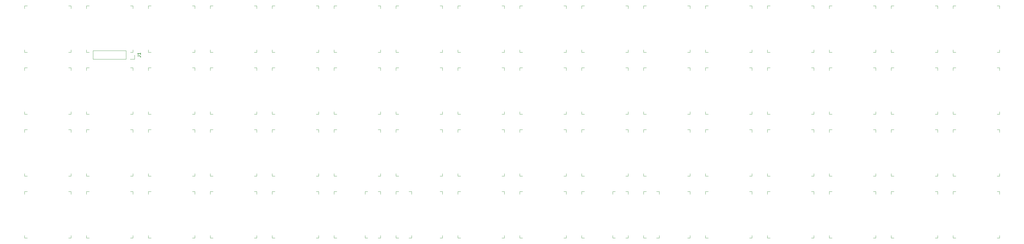
<source format=gbr>
%TF.GenerationSoftware,KiCad,Pcbnew,(6.0.0)*%
%TF.CreationDate,2022-05-03T01:33:48-04:00*%
%TF.ProjectId,HL-2040,484c2d32-3034-4302-9e6b-696361645f70,Mark 2 Rev F*%
%TF.SameCoordinates,Original*%
%TF.FileFunction,Legend,Top*%
%TF.FilePolarity,Positive*%
%FSLAX46Y46*%
G04 Gerber Fmt 4.6, Leading zero omitted, Abs format (unit mm)*
G04 Created by KiCad (PCBNEW (6.0.0)) date 2022-05-03 01:33:48*
%MOMM*%
%LPD*%
G01*
G04 APERTURE LIST*
%ADD10C,0.150000*%
%ADD11C,0.120000*%
G04 APERTURE END LIST*
D10*
%TO.C,J1*%
X66484380Y-89233333D02*
X67198666Y-89233333D01*
X67341523Y-89280952D01*
X67436761Y-89376190D01*
X67484380Y-89519047D01*
X67484380Y-89614285D01*
X67484380Y-88233333D02*
X67484380Y-88804761D01*
X67484380Y-88519047D02*
X66484380Y-88519047D01*
X66627238Y-88614285D01*
X66722476Y-88709523D01*
X66770095Y-88804761D01*
D11*
%TO.C,K2*%
X65087050Y-73819200D02*
X65087050Y-74612900D01*
X50800450Y-88105800D02*
X51594150Y-88105800D01*
X65087050Y-88105800D02*
X64293350Y-88105800D01*
X50800450Y-74612900D02*
X50800450Y-73819200D01*
X50800450Y-73819200D02*
X51594150Y-73819200D01*
X64293350Y-73819200D02*
X65087050Y-73819200D01*
X50800450Y-87312100D02*
X50800450Y-88105800D01*
X65087050Y-87312100D02*
X65087050Y-88105800D01*
%TO.C,K3*%
X69850450Y-74600200D02*
X69850450Y-73806500D01*
X84137050Y-73806500D02*
X84137050Y-74600200D01*
X84137050Y-88093100D02*
X83343350Y-88093100D01*
X84137050Y-87299400D02*
X84137050Y-88093100D01*
X69850450Y-87299400D02*
X69850450Y-88093100D01*
X69850450Y-73806500D02*
X70644150Y-73806500D01*
X69850450Y-88093100D02*
X70644150Y-88093100D01*
X83343350Y-73806500D02*
X84137050Y-73806500D01*
%TO.C,K6*%
X141287050Y-73819200D02*
X141287050Y-74612900D01*
X140493350Y-73819200D02*
X141287050Y-73819200D01*
X141287050Y-87312100D02*
X141287050Y-88105800D01*
X127000450Y-74612900D02*
X127000450Y-73819200D01*
X127000450Y-73819200D02*
X127794150Y-73819200D01*
X127000450Y-87312100D02*
X127000450Y-88105800D01*
X127000450Y-88105800D02*
X127794150Y-88105800D01*
X141287050Y-88105800D02*
X140493350Y-88105800D01*
%TO.C,K7*%
X160337050Y-73819200D02*
X160337050Y-74612900D01*
X146050450Y-74612900D02*
X146050450Y-73819200D01*
X160337050Y-88105800D02*
X159543350Y-88105800D01*
X160337050Y-87312100D02*
X160337050Y-88105800D01*
X146050450Y-88105800D02*
X146844150Y-88105800D01*
X146050450Y-87312100D02*
X146050450Y-88105800D01*
X146050450Y-73819200D02*
X146844150Y-73819200D01*
X159543350Y-73819200D02*
X160337050Y-73819200D01*
%TO.C,K8*%
X179387050Y-88105800D02*
X178593350Y-88105800D01*
X179387050Y-73819200D02*
X179387050Y-74612900D01*
X165100450Y-87312100D02*
X165100450Y-88105800D01*
X179387050Y-87312100D02*
X179387050Y-88105800D01*
X178593350Y-73819200D02*
X179387050Y-73819200D01*
X165100450Y-88105800D02*
X165894150Y-88105800D01*
X165100450Y-74612900D02*
X165100450Y-73819200D01*
X165100450Y-73819200D02*
X165894150Y-73819200D01*
%TO.C,K9*%
X197643350Y-73819200D02*
X198437050Y-73819200D01*
X184150450Y-88105800D02*
X184944150Y-88105800D01*
X184150450Y-74612900D02*
X184150450Y-73819200D01*
X184150450Y-73819200D02*
X184944150Y-73819200D01*
X198437050Y-88105800D02*
X197643350Y-88105800D01*
X198437050Y-73819200D02*
X198437050Y-74612900D01*
X184150450Y-87312100D02*
X184150450Y-88105800D01*
X198437050Y-87312100D02*
X198437050Y-88105800D01*
%TO.C,K10*%
X203200450Y-73819200D02*
X203994150Y-73819200D01*
X203200450Y-88105800D02*
X203994150Y-88105800D01*
X203200450Y-87312100D02*
X203200450Y-88105800D01*
X217487050Y-73819200D02*
X217487050Y-74612900D01*
X217487050Y-88105800D02*
X216693350Y-88105800D01*
X217487050Y-87312100D02*
X217487050Y-88105800D01*
X216693350Y-73819200D02*
X217487050Y-73819200D01*
X203200450Y-74612900D02*
X203200450Y-73819200D01*
%TO.C,K11*%
X222250450Y-74612900D02*
X222250450Y-73819200D01*
X236537050Y-87312100D02*
X236537050Y-88105800D01*
X222250450Y-88105800D02*
X223044150Y-88105800D01*
X222250450Y-73819200D02*
X223044150Y-73819200D01*
X236537050Y-88105800D02*
X235743350Y-88105800D01*
X222250450Y-87312100D02*
X222250450Y-88105800D01*
X236537050Y-73819200D02*
X236537050Y-74612900D01*
X235743350Y-73819200D02*
X236537050Y-73819200D01*
%TO.C,K12*%
X241300450Y-87312100D02*
X241300450Y-88105800D01*
X241300450Y-88105800D02*
X242094150Y-88105800D01*
X254793350Y-73819200D02*
X255587050Y-73819200D01*
X241300450Y-73819200D02*
X242094150Y-73819200D01*
X255587050Y-88105800D02*
X254793350Y-88105800D01*
X255587050Y-73819200D02*
X255587050Y-74612900D01*
X241300450Y-74612900D02*
X241300450Y-73819200D01*
X255587050Y-87312100D02*
X255587050Y-88105800D01*
%TO.C,K13*%
X274637050Y-73819200D02*
X274637050Y-74612900D01*
X274637050Y-87312100D02*
X274637050Y-88105800D01*
X260350450Y-87312100D02*
X260350450Y-88105800D01*
X273843350Y-73819200D02*
X274637050Y-73819200D01*
X260350450Y-73819200D02*
X261144150Y-73819200D01*
X260350450Y-88105800D02*
X261144150Y-88105800D01*
X260350450Y-74612900D02*
X260350450Y-73819200D01*
X274637050Y-88105800D02*
X273843350Y-88105800D01*
%TO.C,K14*%
X292893350Y-73819200D02*
X293687050Y-73819200D01*
X293687050Y-73819200D02*
X293687050Y-74612900D01*
X279400450Y-87312100D02*
X279400450Y-88105800D01*
X293687050Y-87312100D02*
X293687050Y-88105800D01*
X279400450Y-88105800D02*
X280194150Y-88105800D01*
X279400450Y-74612900D02*
X279400450Y-73819200D01*
X293687050Y-88105800D02*
X292893350Y-88105800D01*
X279400450Y-73819200D02*
X280194150Y-73819200D01*
%TO.C,K15*%
X312737050Y-73819200D02*
X312737050Y-74612900D01*
X312737050Y-88105800D02*
X311943350Y-88105800D01*
X298450450Y-87312100D02*
X298450450Y-88105800D01*
X298450450Y-88105800D02*
X299244150Y-88105800D01*
X298450450Y-74612900D02*
X298450450Y-73819200D01*
X312737050Y-87312100D02*
X312737050Y-88105800D01*
X298450450Y-73819200D02*
X299244150Y-73819200D01*
X311943350Y-73819200D02*
X312737050Y-73819200D01*
%TO.C,K16*%
X330993350Y-73819200D02*
X331787050Y-73819200D01*
X317500450Y-88105800D02*
X318294150Y-88105800D01*
X317500450Y-73819200D02*
X318294150Y-73819200D01*
X331787050Y-88105800D02*
X330993350Y-88105800D01*
X317500450Y-87312100D02*
X317500450Y-88105800D01*
X331787050Y-87312100D02*
X331787050Y-88105800D01*
X317500450Y-74612900D02*
X317500450Y-73819200D01*
X331787050Y-73819200D02*
X331787050Y-74612900D01*
%TO.C,K17*%
X31750450Y-93662900D02*
X31750450Y-92869200D01*
X31750450Y-106362100D02*
X31750450Y-107155800D01*
X46037050Y-107155800D02*
X45243350Y-107155800D01*
X45243350Y-92869200D02*
X46037050Y-92869200D01*
X46037050Y-92869200D02*
X46037050Y-93662900D01*
X31750450Y-92869200D02*
X32544150Y-92869200D01*
X46037050Y-106362100D02*
X46037050Y-107155800D01*
X31750450Y-107155800D02*
X32544150Y-107155800D01*
%TO.C,K18*%
X50800450Y-93662900D02*
X50800450Y-92869200D01*
X50800450Y-107155800D02*
X51594150Y-107155800D01*
X50800450Y-106362100D02*
X50800450Y-107155800D01*
X65087050Y-92869200D02*
X65087050Y-93662900D01*
X50800450Y-92869200D02*
X51594150Y-92869200D01*
X65087050Y-106362100D02*
X65087050Y-107155800D01*
X65087050Y-107155800D02*
X64293350Y-107155800D01*
X64293350Y-92869200D02*
X65087050Y-92869200D01*
%TO.C,K19*%
X84137050Y-92869200D02*
X84137050Y-93662900D01*
X84137050Y-107155800D02*
X83343350Y-107155800D01*
X69850450Y-106362100D02*
X69850450Y-107155800D01*
X83343350Y-92869200D02*
X84137050Y-92869200D01*
X69850450Y-93662900D02*
X69850450Y-92869200D01*
X69850450Y-107155800D02*
X70644150Y-107155800D01*
X69850450Y-92869200D02*
X70644150Y-92869200D01*
X84137050Y-106362100D02*
X84137050Y-107155800D01*
%TO.C,K22*%
X141287050Y-92869200D02*
X141287050Y-93662900D01*
X127000450Y-92869200D02*
X127794150Y-92869200D01*
X141287050Y-107155800D02*
X140493350Y-107155800D01*
X127000450Y-107155800D02*
X127794150Y-107155800D01*
X127000450Y-93662900D02*
X127000450Y-92869200D01*
X141287050Y-106362100D02*
X141287050Y-107155800D01*
X127000450Y-106362100D02*
X127000450Y-107155800D01*
X140493350Y-92869200D02*
X141287050Y-92869200D01*
%TO.C,K23*%
X146050450Y-107155800D02*
X146844150Y-107155800D01*
X160337050Y-106362100D02*
X160337050Y-107155800D01*
X159543350Y-92869200D02*
X160337050Y-92869200D01*
X160337050Y-92869200D02*
X160337050Y-93662900D01*
X146050450Y-93662900D02*
X146050450Y-92869200D01*
X160337050Y-107155800D02*
X159543350Y-107155800D01*
X146050450Y-92869200D02*
X146844150Y-92869200D01*
X146050450Y-106362100D02*
X146050450Y-107155800D01*
%TO.C,K24*%
X165100450Y-107155800D02*
X165894150Y-107155800D01*
X178593350Y-92869200D02*
X179387050Y-92869200D01*
X179387050Y-92869200D02*
X179387050Y-93662900D01*
X165100450Y-92869200D02*
X165894150Y-92869200D01*
X179387050Y-106362100D02*
X179387050Y-107155800D01*
X165100450Y-106362100D02*
X165100450Y-107155800D01*
X179387050Y-107155800D02*
X178593350Y-107155800D01*
X165100450Y-93662900D02*
X165100450Y-92869200D01*
%TO.C,K25*%
X184150450Y-106362100D02*
X184150450Y-107155800D01*
X184150450Y-93662900D02*
X184150450Y-92869200D01*
X184150450Y-107155800D02*
X184944150Y-107155800D01*
X198437050Y-106362100D02*
X198437050Y-107155800D01*
X198437050Y-92869200D02*
X198437050Y-93662900D01*
X198437050Y-107155800D02*
X197643350Y-107155800D01*
X197643350Y-92869200D02*
X198437050Y-92869200D01*
X184150450Y-92869200D02*
X184944150Y-92869200D01*
%TO.C,K26*%
X217487050Y-107155800D02*
X216693350Y-107155800D01*
X217487050Y-106362100D02*
X217487050Y-107155800D01*
X203200450Y-93662900D02*
X203200450Y-92869200D01*
X217487050Y-92869200D02*
X217487050Y-93662900D01*
X203200450Y-92869200D02*
X203994150Y-92869200D01*
X203200450Y-106362100D02*
X203200450Y-107155800D01*
X216693350Y-92869200D02*
X217487050Y-92869200D01*
X203200450Y-107155800D02*
X203994150Y-107155800D01*
%TO.C,K27*%
X222250450Y-92869200D02*
X223044150Y-92869200D01*
X235743350Y-92869200D02*
X236537050Y-92869200D01*
X236537050Y-106362100D02*
X236537050Y-107155800D01*
X222250450Y-106362100D02*
X222250450Y-107155800D01*
X222250450Y-93662900D02*
X222250450Y-92869200D01*
X236537050Y-92869200D02*
X236537050Y-93662900D01*
X222250450Y-107155800D02*
X223044150Y-107155800D01*
X236537050Y-107155800D02*
X235743350Y-107155800D01*
%TO.C,K28*%
X254793350Y-92869200D02*
X255587050Y-92869200D01*
X241300450Y-93662900D02*
X241300450Y-92869200D01*
X255587050Y-92869200D02*
X255587050Y-93662900D01*
X241300450Y-106362100D02*
X241300450Y-107155800D01*
X241300450Y-92869200D02*
X242094150Y-92869200D01*
X255587050Y-107155800D02*
X254793350Y-107155800D01*
X255587050Y-106362100D02*
X255587050Y-107155800D01*
X241300450Y-107155800D02*
X242094150Y-107155800D01*
%TO.C,K29*%
X273843350Y-92869200D02*
X274637050Y-92869200D01*
X260350450Y-107155800D02*
X261144150Y-107155800D01*
X260350450Y-93662900D02*
X260350450Y-92869200D01*
X274637050Y-106362100D02*
X274637050Y-107155800D01*
X274637050Y-92869200D02*
X274637050Y-93662900D01*
X260350450Y-92869200D02*
X261144150Y-92869200D01*
X274637050Y-107155800D02*
X273843350Y-107155800D01*
X260350450Y-106362100D02*
X260350450Y-107155800D01*
%TO.C,K30*%
X293687050Y-106362100D02*
X293687050Y-107155800D01*
X293687050Y-107155800D02*
X292893350Y-107155800D01*
X279400450Y-106362100D02*
X279400450Y-107155800D01*
X279400450Y-92869200D02*
X280194150Y-92869200D01*
X279400450Y-93662900D02*
X279400450Y-92869200D01*
X293687050Y-92869200D02*
X293687050Y-93662900D01*
X292893350Y-92869200D02*
X293687050Y-92869200D01*
X279400450Y-107155800D02*
X280194150Y-107155800D01*
%TO.C,K31*%
X298450450Y-92869200D02*
X299244150Y-92869200D01*
X298450450Y-107155800D02*
X299244150Y-107155800D01*
X298450450Y-106362100D02*
X298450450Y-107155800D01*
X312737050Y-92869200D02*
X312737050Y-93662900D01*
X298450450Y-93662900D02*
X298450450Y-92869200D01*
X312737050Y-107155800D02*
X311943350Y-107155800D01*
X311943350Y-92869200D02*
X312737050Y-92869200D01*
X312737050Y-106362100D02*
X312737050Y-107155800D01*
%TO.C,K32*%
X331787050Y-106362100D02*
X331787050Y-107155800D01*
X330993350Y-92869200D02*
X331787050Y-92869200D01*
X317500450Y-92869200D02*
X318294150Y-92869200D01*
X317500450Y-107155800D02*
X318294150Y-107155800D01*
X331787050Y-92869200D02*
X331787050Y-93662900D01*
X317500450Y-106362100D02*
X317500450Y-107155800D01*
X317500450Y-93662900D02*
X317500450Y-92869200D01*
X331787050Y-107155800D02*
X330993350Y-107155800D01*
%TO.C,K33*%
X46037050Y-126205800D02*
X45243350Y-126205800D01*
X31750450Y-125412100D02*
X31750450Y-126205800D01*
X31750450Y-126205800D02*
X32544150Y-126205800D01*
X31750450Y-112712900D02*
X31750450Y-111919200D01*
X31750450Y-111919200D02*
X32544150Y-111919200D01*
X46037050Y-111919200D02*
X46037050Y-112712900D01*
X45243350Y-111919200D02*
X46037050Y-111919200D01*
X46037050Y-125412100D02*
X46037050Y-126205800D01*
%TO.C,K34*%
X50800450Y-111919200D02*
X51594150Y-111919200D01*
X65087050Y-111919200D02*
X65087050Y-112712900D01*
X50800450Y-112712900D02*
X50800450Y-111919200D01*
X50800450Y-126205800D02*
X51594150Y-126205800D01*
X65087050Y-125412100D02*
X65087050Y-126205800D01*
X65087050Y-126205800D02*
X64293350Y-126205800D01*
X64293350Y-111919200D02*
X65087050Y-111919200D01*
X50800450Y-125412100D02*
X50800450Y-126205800D01*
%TO.C,K35*%
X84137050Y-111919200D02*
X84137050Y-112712900D01*
X69850450Y-112712900D02*
X69850450Y-111919200D01*
X83343350Y-111919200D02*
X84137050Y-111919200D01*
X84137050Y-126205800D02*
X83343350Y-126205800D01*
X69850450Y-126205800D02*
X70644150Y-126205800D01*
X69850450Y-125412100D02*
X69850450Y-126205800D01*
X69850450Y-111919200D02*
X70644150Y-111919200D01*
X84137050Y-125412100D02*
X84137050Y-126205800D01*
%TO.C,K36*%
X103187050Y-125412100D02*
X103187050Y-126205800D01*
X88900450Y-112712900D02*
X88900450Y-111919200D01*
X88900450Y-126205800D02*
X89694150Y-126205800D01*
X103187050Y-111919200D02*
X103187050Y-112712900D01*
X103187050Y-126205800D02*
X102393350Y-126205800D01*
X88900450Y-111919200D02*
X89694150Y-111919200D01*
X88900450Y-125412100D02*
X88900450Y-126205800D01*
X102393350Y-111919200D02*
X103187050Y-111919200D01*
%TO.C,K37*%
X107950450Y-111919200D02*
X108744150Y-111919200D01*
X122237050Y-125412100D02*
X122237050Y-126205800D01*
X122237050Y-126205800D02*
X121443350Y-126205800D01*
X107950450Y-126205800D02*
X108744150Y-126205800D01*
X107950450Y-125412100D02*
X107950450Y-126205800D01*
X122237050Y-111919200D02*
X122237050Y-112712900D01*
X107950450Y-112712900D02*
X107950450Y-111919200D01*
X121443350Y-111919200D02*
X122237050Y-111919200D01*
%TO.C,K38*%
X140493350Y-111919200D02*
X141287050Y-111919200D01*
X127000450Y-112712900D02*
X127000450Y-111919200D01*
X141287050Y-125412100D02*
X141287050Y-126205800D01*
X127000450Y-111919200D02*
X127794150Y-111919200D01*
X141287050Y-126205800D02*
X140493350Y-126205800D01*
X127000450Y-126205800D02*
X127794150Y-126205800D01*
X141287050Y-111919200D02*
X141287050Y-112712900D01*
X127000450Y-125412100D02*
X127000450Y-126205800D01*
%TO.C,K39*%
X146050450Y-112712900D02*
X146050450Y-111919200D01*
X160337050Y-111919200D02*
X160337050Y-112712900D01*
X146050450Y-125412100D02*
X146050450Y-126205800D01*
X146050450Y-111919200D02*
X146844150Y-111919200D01*
X159543350Y-111919200D02*
X160337050Y-111919200D01*
X160337050Y-126205800D02*
X159543350Y-126205800D01*
X160337050Y-125412100D02*
X160337050Y-126205800D01*
X146050450Y-126205800D02*
X146844150Y-126205800D01*
%TO.C,K40*%
X165100450Y-112712900D02*
X165100450Y-111919200D01*
X179387050Y-125412100D02*
X179387050Y-126205800D01*
X178593350Y-111919200D02*
X179387050Y-111919200D01*
X179387050Y-111919200D02*
X179387050Y-112712900D01*
X179387050Y-126205800D02*
X178593350Y-126205800D01*
X165100450Y-126205800D02*
X165894150Y-126205800D01*
X165100450Y-111919200D02*
X165894150Y-111919200D01*
X165100450Y-125412100D02*
X165100450Y-126205800D01*
%TO.C,K41*%
X184150450Y-125412100D02*
X184150450Y-126205800D01*
X197643350Y-111919200D02*
X198437050Y-111919200D01*
X184150450Y-112712900D02*
X184150450Y-111919200D01*
X198437050Y-126205800D02*
X197643350Y-126205800D01*
X184150450Y-126205800D02*
X184944150Y-126205800D01*
X198437050Y-111919200D02*
X198437050Y-112712900D01*
X198437050Y-125412100D02*
X198437050Y-126205800D01*
X184150450Y-111919200D02*
X184944150Y-111919200D01*
%TO.C,K42*%
X203200450Y-111919200D02*
X203994150Y-111919200D01*
X203200450Y-126205800D02*
X203994150Y-126205800D01*
X216693350Y-111919200D02*
X217487050Y-111919200D01*
X217487050Y-125412100D02*
X217487050Y-126205800D01*
X203200450Y-112712900D02*
X203200450Y-111919200D01*
X217487050Y-111919200D02*
X217487050Y-112712900D01*
X217487050Y-126205800D02*
X216693350Y-126205800D01*
X203200450Y-125412100D02*
X203200450Y-126205800D01*
%TO.C,K43*%
X222250450Y-111919200D02*
X223044150Y-111919200D01*
X222250450Y-112712900D02*
X222250450Y-111919200D01*
X236537050Y-126205800D02*
X235743350Y-126205800D01*
X236537050Y-111919200D02*
X236537050Y-112712900D01*
X236537050Y-125412100D02*
X236537050Y-126205800D01*
X235743350Y-111919200D02*
X236537050Y-111919200D01*
X222250450Y-126205800D02*
X223044150Y-126205800D01*
X222250450Y-125412100D02*
X222250450Y-126205800D01*
%TO.C,K44*%
X241300450Y-111919200D02*
X242094150Y-111919200D01*
X254793350Y-111919200D02*
X255587050Y-111919200D01*
X241300450Y-125412100D02*
X241300450Y-126205800D01*
X241300450Y-126205800D02*
X242094150Y-126205800D01*
X241300450Y-112712900D02*
X241300450Y-111919200D01*
X255587050Y-126205800D02*
X254793350Y-126205800D01*
X255587050Y-111919200D02*
X255587050Y-112712900D01*
X255587050Y-125412100D02*
X255587050Y-126205800D01*
%TO.C,K45*%
X260350450Y-126205800D02*
X261144150Y-126205800D01*
X260350450Y-125412100D02*
X260350450Y-126205800D01*
X260350450Y-111919200D02*
X261144150Y-111919200D01*
X274637050Y-125412100D02*
X274637050Y-126205800D01*
X273843350Y-111919200D02*
X274637050Y-111919200D01*
X260350450Y-112712900D02*
X260350450Y-111919200D01*
X274637050Y-126205800D02*
X273843350Y-126205800D01*
X274637050Y-111919200D02*
X274637050Y-112712900D01*
%TO.C,K46*%
X292893350Y-111919200D02*
X293687050Y-111919200D01*
X279400450Y-112712900D02*
X279400450Y-111919200D01*
X293687050Y-111919200D02*
X293687050Y-112712900D01*
X293687050Y-125412100D02*
X293687050Y-126205800D01*
X279400450Y-126205800D02*
X280194150Y-126205800D01*
X279400450Y-125412100D02*
X279400450Y-126205800D01*
X279400450Y-111919200D02*
X280194150Y-111919200D01*
X293687050Y-126205800D02*
X292893350Y-126205800D01*
%TO.C,K47*%
X298450450Y-112712900D02*
X298450450Y-111919200D01*
X311943350Y-111919200D02*
X312737050Y-111919200D01*
X298450450Y-126205800D02*
X299244150Y-126205800D01*
X312737050Y-125412100D02*
X312737050Y-126205800D01*
X298450450Y-111919200D02*
X299244150Y-111919200D01*
X298450450Y-125412100D02*
X298450450Y-126205800D01*
X312737050Y-111919200D02*
X312737050Y-112712900D01*
X312737050Y-126205800D02*
X311943350Y-126205800D01*
%TO.C,K48*%
X331787050Y-125412100D02*
X331787050Y-126205800D01*
X317500450Y-125412100D02*
X317500450Y-126205800D01*
X331787050Y-126205800D02*
X330993350Y-126205800D01*
X331787050Y-111919200D02*
X331787050Y-112712900D01*
X330993350Y-111919200D02*
X331787050Y-111919200D01*
X317500450Y-112712900D02*
X317500450Y-111919200D01*
X317500450Y-111919200D02*
X318294150Y-111919200D01*
X317500450Y-126205800D02*
X318294150Y-126205800D01*
%TO.C,K49*%
X31750450Y-130969200D02*
X32544150Y-130969200D01*
X46037050Y-130969200D02*
X46037050Y-131762900D01*
X46037050Y-144462100D02*
X46037050Y-145255800D01*
X46037050Y-145255800D02*
X45243350Y-145255800D01*
X31750450Y-131762900D02*
X31750450Y-130969200D01*
X31750450Y-144462100D02*
X31750450Y-145255800D01*
X31750450Y-145255800D02*
X32544150Y-145255800D01*
X45243350Y-130969200D02*
X46037050Y-130969200D01*
%TO.C,K50*%
X50800450Y-130969200D02*
X51594150Y-130969200D01*
X50800450Y-145255800D02*
X51594150Y-145255800D01*
X65087050Y-144462100D02*
X65087050Y-145255800D01*
X64293350Y-130969200D02*
X65087050Y-130969200D01*
X65087050Y-145255800D02*
X64293350Y-145255800D01*
X65087050Y-130969200D02*
X65087050Y-131762900D01*
X50800450Y-131762900D02*
X50800450Y-130969200D01*
X50800450Y-144462100D02*
X50800450Y-145255800D01*
%TO.C,K51*%
X84137050Y-144462100D02*
X84137050Y-145255800D01*
X83343350Y-130969200D02*
X84137050Y-130969200D01*
X69850450Y-145255800D02*
X70644150Y-145255800D01*
X84137050Y-145255800D02*
X83343350Y-145255800D01*
X69850450Y-144462100D02*
X69850450Y-145255800D01*
X84137050Y-130969200D02*
X84137050Y-131762900D01*
X69850450Y-130969200D02*
X70644150Y-130969200D01*
X69850450Y-131762900D02*
X69850450Y-130969200D01*
%TO.C,K52*%
X88900450Y-145255800D02*
X89694150Y-145255800D01*
X88900450Y-144462100D02*
X88900450Y-145255800D01*
X102393350Y-130969200D02*
X103187050Y-130969200D01*
X88900450Y-130969200D02*
X89694150Y-130969200D01*
X103187050Y-144462100D02*
X103187050Y-145255800D01*
X103187050Y-130969200D02*
X103187050Y-131762900D01*
X88900450Y-131762900D02*
X88900450Y-130969200D01*
X103187050Y-145255800D02*
X102393350Y-145255800D01*
%TO.C,K53*%
X121443350Y-130969200D02*
X122237050Y-130969200D01*
X107950450Y-130969200D02*
X108744150Y-130969200D01*
X107950450Y-131762900D02*
X107950450Y-130969200D01*
X122237050Y-130969200D02*
X122237050Y-131762900D01*
X107950450Y-144462100D02*
X107950450Y-145255800D01*
X107950450Y-145255800D02*
X108744150Y-145255800D01*
X122237050Y-144462100D02*
X122237050Y-145255800D01*
X122237050Y-145255800D02*
X121443350Y-145255800D01*
%TO.C,K54*%
X127000450Y-145255800D02*
X127794150Y-145255800D01*
X141287050Y-144462100D02*
X141287050Y-145255800D01*
X127000450Y-131762900D02*
X127000450Y-130969200D01*
X140493350Y-130969200D02*
X141287050Y-130969200D01*
X141287050Y-130969200D02*
X141287050Y-131762900D01*
X127000450Y-144462100D02*
X127000450Y-145255800D01*
X141287050Y-145255800D02*
X140493350Y-145255800D01*
X127000450Y-130969200D02*
X127794150Y-130969200D01*
%TO.C,K55*%
X160337050Y-144462100D02*
X160337050Y-145255800D01*
X146050450Y-130969200D02*
X146844150Y-130969200D01*
X160337050Y-145255800D02*
X159543350Y-145255800D01*
X146050450Y-145255800D02*
X146844150Y-145255800D01*
X146050450Y-131762900D02*
X146050450Y-130969200D01*
X159543350Y-130969200D02*
X160337050Y-130969200D01*
X146050450Y-144462100D02*
X146050450Y-145255800D01*
X160337050Y-130969200D02*
X160337050Y-131762900D01*
%TO.C,K56*%
X178593350Y-130969200D02*
X179387050Y-130969200D01*
X165100450Y-144462100D02*
X165100450Y-145255800D01*
X165100450Y-130969200D02*
X165894150Y-130969200D01*
X179387050Y-145255800D02*
X178593350Y-145255800D01*
X179387050Y-130969200D02*
X179387050Y-131762900D01*
X165100450Y-145255800D02*
X165894150Y-145255800D01*
X165100450Y-131762900D02*
X165100450Y-130969200D01*
X179387050Y-144462100D02*
X179387050Y-145255800D01*
%TO.C,K57*%
X198437050Y-144462100D02*
X198437050Y-145255800D01*
X184150450Y-144462100D02*
X184150450Y-145255800D01*
X184150450Y-131762900D02*
X184150450Y-130969200D01*
X197643350Y-130969200D02*
X198437050Y-130969200D01*
X198437050Y-145255800D02*
X197643350Y-145255800D01*
X184150450Y-145255800D02*
X184944150Y-145255800D01*
X184150450Y-130969200D02*
X184944150Y-130969200D01*
X198437050Y-130969200D02*
X198437050Y-131762900D01*
%TO.C,K58*%
X217487050Y-145255800D02*
X216693350Y-145255800D01*
X203200450Y-145255800D02*
X203994150Y-145255800D01*
X203200450Y-144462100D02*
X203200450Y-145255800D01*
X217487050Y-144462100D02*
X217487050Y-145255800D01*
X203200450Y-130969200D02*
X203994150Y-130969200D01*
X203200450Y-131762900D02*
X203200450Y-130969200D01*
X216693350Y-130969200D02*
X217487050Y-130969200D01*
X217487050Y-130969200D02*
X217487050Y-131762900D01*
%TO.C,K59*%
X222250450Y-131762900D02*
X222250450Y-130969200D01*
X222250450Y-130969200D02*
X223044150Y-130969200D01*
X236537050Y-144462100D02*
X236537050Y-145255800D01*
X235743350Y-130969200D02*
X236537050Y-130969200D01*
X236537050Y-145255800D02*
X235743350Y-145255800D01*
X222250450Y-145255800D02*
X223044150Y-145255800D01*
X236537050Y-130969200D02*
X236537050Y-131762900D01*
X222250450Y-144462100D02*
X222250450Y-145255800D01*
%TO.C,K60*%
X254793350Y-130969200D02*
X255587050Y-130969200D01*
X255587050Y-130969200D02*
X255587050Y-131762900D01*
X241300450Y-130969200D02*
X242094150Y-130969200D01*
X255587050Y-145255800D02*
X254793350Y-145255800D01*
X241300450Y-131762900D02*
X241300450Y-130969200D01*
X255587050Y-144462100D02*
X255587050Y-145255800D01*
X241300450Y-144462100D02*
X241300450Y-145255800D01*
X241300450Y-145255800D02*
X242094150Y-145255800D01*
%TO.C,K61*%
X274637050Y-145255800D02*
X273843350Y-145255800D01*
X260350450Y-144462100D02*
X260350450Y-145255800D01*
X274637050Y-130969200D02*
X274637050Y-131762900D01*
X260350450Y-130969200D02*
X261144150Y-130969200D01*
X274637050Y-144462100D02*
X274637050Y-145255800D01*
X260350450Y-145255800D02*
X261144150Y-145255800D01*
X260350450Y-131762900D02*
X260350450Y-130969200D01*
X273843350Y-130969200D02*
X274637050Y-130969200D01*
%TO.C,K62*%
X279400450Y-144462100D02*
X279400450Y-145255800D01*
X293687050Y-145255800D02*
X292893350Y-145255800D01*
X292893350Y-130969200D02*
X293687050Y-130969200D01*
X279400450Y-130969200D02*
X280194150Y-130969200D01*
X293687050Y-130969200D02*
X293687050Y-131762900D01*
X279400450Y-145255800D02*
X280194150Y-145255800D01*
X279400450Y-131762900D02*
X279400450Y-130969200D01*
X293687050Y-144462100D02*
X293687050Y-145255800D01*
%TO.C,K63*%
X298450450Y-144462100D02*
X298450450Y-145255800D01*
X311943350Y-130969200D02*
X312737050Y-130969200D01*
X312737050Y-144462100D02*
X312737050Y-145255800D01*
X298450450Y-131762900D02*
X298450450Y-130969200D01*
X298450450Y-145255800D02*
X299244150Y-145255800D01*
X298450450Y-130969200D02*
X299244150Y-130969200D01*
X312737050Y-145255800D02*
X311943350Y-145255800D01*
X312737050Y-130969200D02*
X312737050Y-131762900D01*
%TO.C,K64*%
X330993350Y-130969200D02*
X331787050Y-130969200D01*
X331787050Y-130969200D02*
X331787050Y-131762900D01*
X317500450Y-144462100D02*
X317500450Y-145255800D01*
X317500450Y-131762900D02*
X317500450Y-130969200D01*
X317500450Y-130969200D02*
X318294150Y-130969200D01*
X317500450Y-145255800D02*
X318294150Y-145255800D01*
X331787050Y-144462100D02*
X331787050Y-145255800D01*
X331787050Y-145255800D02*
X330993350Y-145255800D01*
%TO.C,K1*%
X31750450Y-73819200D02*
X32544150Y-73819200D01*
X46037050Y-88105800D02*
X45243350Y-88105800D01*
X31750450Y-88105800D02*
X32544150Y-88105800D01*
X31750450Y-74612900D02*
X31750450Y-73819200D01*
X46037050Y-87312100D02*
X46037050Y-88105800D01*
X46037050Y-73819200D02*
X46037050Y-74612900D01*
X31750450Y-87312100D02*
X31750450Y-88105800D01*
X45243350Y-73819200D02*
X46037050Y-73819200D01*
%TO.C,K4*%
X102393350Y-73819200D02*
X103187050Y-73819200D01*
X88900450Y-73819200D02*
X89694150Y-73819200D01*
X103187050Y-73819200D02*
X103187050Y-74612900D01*
X103187050Y-88105800D02*
X102393350Y-88105800D01*
X88900450Y-88105800D02*
X89694150Y-88105800D01*
X88900450Y-87312100D02*
X88900450Y-88105800D01*
X103187050Y-87312100D02*
X103187050Y-88105800D01*
X88900450Y-74612900D02*
X88900450Y-73819200D01*
%TO.C,K5*%
X107950450Y-87312100D02*
X107950450Y-88105800D01*
X107950450Y-88105800D02*
X108744150Y-88105800D01*
X121443350Y-73819200D02*
X122237050Y-73819200D01*
X122237050Y-88105800D02*
X121443350Y-88105800D01*
X122237050Y-73819200D02*
X122237050Y-74612900D01*
X122237050Y-87312100D02*
X122237050Y-88105800D01*
X107950450Y-73819200D02*
X108744150Y-73819200D01*
X107950450Y-74612900D02*
X107950450Y-73819200D01*
%TO.C,K21*%
X107950450Y-107155800D02*
X108744150Y-107155800D01*
X107950450Y-106362100D02*
X107950450Y-107155800D01*
X122237050Y-107155800D02*
X121443350Y-107155800D01*
X107950450Y-92869200D02*
X108744150Y-92869200D01*
X107950450Y-93662900D02*
X107950450Y-92869200D01*
X121443350Y-92869200D02*
X122237050Y-92869200D01*
X122237050Y-106362100D02*
X122237050Y-107155800D01*
X122237050Y-92869200D02*
X122237050Y-93662900D01*
%TO.C,K20*%
X88900450Y-106362100D02*
X88900450Y-107155800D01*
X88900450Y-93662900D02*
X88900450Y-92869200D01*
X103187050Y-107155800D02*
X102393350Y-107155800D01*
X103187050Y-92869200D02*
X103187050Y-93662900D01*
X103187050Y-106362100D02*
X103187050Y-107155800D01*
X102393350Y-92869200D02*
X103187050Y-92869200D01*
X88900450Y-107155800D02*
X89694150Y-107155800D01*
X88900450Y-92869200D02*
X89694150Y-92869200D01*
%TO.C,J1*%
X62992000Y-87570000D02*
X62992000Y-90230000D01*
X62992000Y-90230000D02*
X52772000Y-90230000D01*
X65592000Y-88900000D02*
X65592000Y-90230000D01*
X52772000Y-87570000D02*
X52772000Y-90230000D01*
X62992000Y-87570000D02*
X52772000Y-87570000D01*
X65592000Y-90230000D02*
X64262000Y-90230000D01*
%TO.C,K54.1*%
X150812050Y-145255800D02*
X150018350Y-145255800D01*
X136525450Y-145255800D02*
X136525450Y-144462100D01*
X150812050Y-131762900D02*
X150812050Y-130969200D01*
X150812050Y-130969200D02*
X150018350Y-130969200D01*
X136525450Y-131762900D02*
X136525450Y-130969200D01*
X137319150Y-145255800D02*
X136525450Y-145255800D01*
X136525450Y-130969200D02*
X137319150Y-130969200D01*
X150812050Y-144462100D02*
X150812050Y-145255800D01*
%TO.C,K58.1*%
X212725450Y-130969200D02*
X213519150Y-130969200D01*
X227012050Y-130969200D02*
X226218350Y-130969200D01*
X213519150Y-145255800D02*
X212725450Y-145255800D01*
X227012050Y-131762900D02*
X227012050Y-130969200D01*
X212725450Y-145255800D02*
X212725450Y-144462100D01*
X227012050Y-145255800D02*
X226218350Y-145255800D01*
X212725450Y-131762900D02*
X212725450Y-130969200D01*
X227012050Y-144462100D02*
X227012050Y-145255800D01*
%TD*%
M02*

</source>
